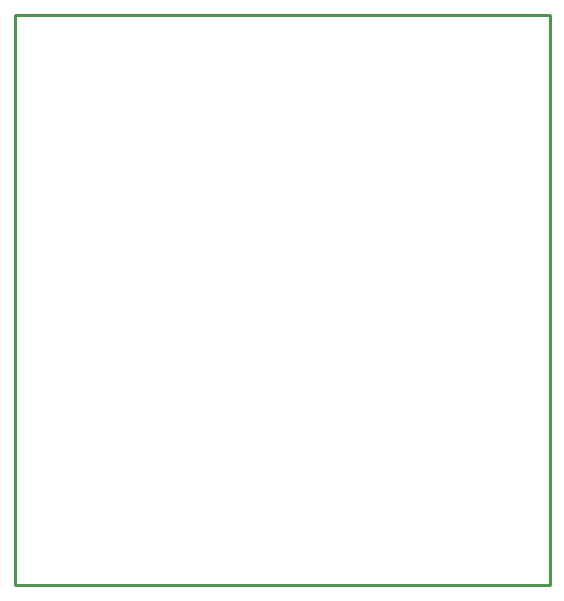
<source format=gko>
G04 Layer_Color=16711935*
%FSLAX24Y24*%
%MOIN*%
G70*
G01*
G75*
%ADD21C,0.0100*%
D21*
X10000Y10000D02*
Y28990D01*
X27820Y10020D02*
Y28990D01*
X10000Y10000D02*
X27800D01*
X10000Y28990D02*
X27820D01*
M02*

</source>
